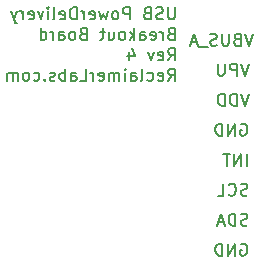
<source format=gbo>
G04 #@! TF.GenerationSoftware,KiCad,Pcbnew,(5.1.2)-1*
G04 #@! TF.CreationDate,2019-06-03T23:01:36-07:00*
G04 #@! TF.ProjectId,USB-PD-Breakout,5553422d-5044-42d4-9272-65616b6f7574,rev?*
G04 #@! TF.SameCoordinates,PX60e4b00PY60e4b00*
G04 #@! TF.FileFunction,Legend,Bot*
G04 #@! TF.FilePolarity,Positive*
%FSLAX46Y46*%
G04 Gerber Fmt 4.6, Leading zero omitted, Abs format (unit mm)*
G04 Created by KiCad (PCBNEW (5.1.2)-1) date 2019-06-03 23:01:36*
%MOMM*%
%LPD*%
G04 APERTURE LIST*
%ADD10C,0.203200*%
%ADD11O,3.000000X1.500000*%
%ADD12O,2.500000X1.500000*%
%ADD13R,2.127200X2.127200*%
%ADD14O,2.127200X2.127200*%
%ADD15C,7.400000*%
%ADD16C,1.000000*%
%ADD17O,2.100000X2.100000*%
%ADD18R,2.100000X2.100000*%
G04 APERTURE END LIST*
D10*
X30886158Y18336381D02*
X30547491Y17320381D01*
X30208824Y18336381D01*
X29870158Y17320381D02*
X29870158Y18336381D01*
X29628253Y18336381D01*
X29483110Y18288000D01*
X29386348Y18191239D01*
X29337967Y18094477D01*
X29289586Y17900953D01*
X29289586Y17755810D01*
X29337967Y17562286D01*
X29386348Y17465524D01*
X29483110Y17368762D01*
X29628253Y17320381D01*
X29870158Y17320381D01*
X28854158Y17320381D02*
X28854158Y18336381D01*
X28612253Y18336381D01*
X28467110Y18288000D01*
X28370348Y18191239D01*
X28321967Y18094477D01*
X28273586Y17900953D01*
X28273586Y17755810D01*
X28321967Y17562286D01*
X28370348Y17465524D01*
X28467110Y17368762D01*
X28612253Y17320381D01*
X28854158Y17320381D01*
X30208824Y15748000D02*
X30305586Y15796381D01*
X30450729Y15796381D01*
X30595872Y15748000D01*
X30692634Y15651239D01*
X30741015Y15554477D01*
X30789396Y15360953D01*
X30789396Y15215810D01*
X30741015Y15022286D01*
X30692634Y14925524D01*
X30595872Y14828762D01*
X30450729Y14780381D01*
X30353967Y14780381D01*
X30208824Y14828762D01*
X30160443Y14877143D01*
X30160443Y15215810D01*
X30353967Y15215810D01*
X29725015Y14780381D02*
X29725015Y15796381D01*
X29144443Y14780381D01*
X29144443Y15796381D01*
X28660634Y14780381D02*
X28660634Y15796381D01*
X28418729Y15796381D01*
X28273586Y15748000D01*
X28176824Y15651239D01*
X28128443Y15554477D01*
X28080062Y15360953D01*
X28080062Y15215810D01*
X28128443Y15022286D01*
X28176824Y14925524D01*
X28273586Y14828762D01*
X28418729Y14780381D01*
X28660634Y14780381D01*
X30789396Y7208762D02*
X30644253Y7160381D01*
X30402348Y7160381D01*
X30305586Y7208762D01*
X30257205Y7257143D01*
X30208824Y7353905D01*
X30208824Y7450667D01*
X30257205Y7547429D01*
X30305586Y7595810D01*
X30402348Y7644191D01*
X30595872Y7692572D01*
X30692634Y7740953D01*
X30741015Y7789334D01*
X30789396Y7886096D01*
X30789396Y7982858D01*
X30741015Y8079620D01*
X30692634Y8128000D01*
X30595872Y8176381D01*
X30353967Y8176381D01*
X30208824Y8128000D01*
X29773396Y7160381D02*
X29773396Y8176381D01*
X29531491Y8176381D01*
X29386348Y8128000D01*
X29289586Y8031239D01*
X29241205Y7934477D01*
X29192824Y7740953D01*
X29192824Y7595810D01*
X29241205Y7402286D01*
X29289586Y7305524D01*
X29386348Y7208762D01*
X29531491Y7160381D01*
X29773396Y7160381D01*
X28805777Y7450667D02*
X28321967Y7450667D01*
X28902539Y7160381D02*
X28563872Y8176381D01*
X28225205Y7160381D01*
X30741015Y12240381D02*
X30741015Y13256381D01*
X30257205Y12240381D02*
X30257205Y13256381D01*
X29676634Y12240381D01*
X29676634Y13256381D01*
X29337967Y13256381D02*
X28757396Y13256381D01*
X29047681Y12240381D02*
X29047681Y13256381D01*
X30886158Y20876381D02*
X30547491Y19860381D01*
X30208824Y20876381D01*
X29870158Y19860381D02*
X29870158Y20876381D01*
X29483110Y20876381D01*
X29386348Y20828000D01*
X29337967Y20779620D01*
X29289586Y20682858D01*
X29289586Y20537715D01*
X29337967Y20440953D01*
X29386348Y20392572D01*
X29483110Y20344191D01*
X29870158Y20344191D01*
X28854158Y20876381D02*
X28854158Y20053905D01*
X28805777Y19957143D01*
X28757396Y19908762D01*
X28660634Y19860381D01*
X28467110Y19860381D01*
X28370348Y19908762D01*
X28321967Y19957143D01*
X28273586Y20053905D01*
X28273586Y20876381D01*
X31267158Y23416381D02*
X30928491Y22400381D01*
X30589824Y23416381D01*
X29912491Y22932572D02*
X29767348Y22884191D01*
X29718967Y22835810D01*
X29670586Y22739048D01*
X29670586Y22593905D01*
X29718967Y22497143D01*
X29767348Y22448762D01*
X29864110Y22400381D01*
X30251158Y22400381D01*
X30251158Y23416381D01*
X29912491Y23416381D01*
X29815729Y23368000D01*
X29767348Y23319620D01*
X29718967Y23222858D01*
X29718967Y23126096D01*
X29767348Y23029334D01*
X29815729Y22980953D01*
X29912491Y22932572D01*
X30251158Y22932572D01*
X29235158Y23416381D02*
X29235158Y22593905D01*
X29186777Y22497143D01*
X29138396Y22448762D01*
X29041634Y22400381D01*
X28848110Y22400381D01*
X28751348Y22448762D01*
X28702967Y22497143D01*
X28654586Y22593905D01*
X28654586Y23416381D01*
X28219158Y22448762D02*
X28074015Y22400381D01*
X27832110Y22400381D01*
X27735348Y22448762D01*
X27686967Y22497143D01*
X27638586Y22593905D01*
X27638586Y22690667D01*
X27686967Y22787429D01*
X27735348Y22835810D01*
X27832110Y22884191D01*
X28025634Y22932572D01*
X28122396Y22980953D01*
X28170777Y23029334D01*
X28219158Y23126096D01*
X28219158Y23222858D01*
X28170777Y23319620D01*
X28122396Y23368000D01*
X28025634Y23416381D01*
X27783729Y23416381D01*
X27638586Y23368000D01*
X27445062Y22303620D02*
X26670967Y22303620D01*
X26477443Y22690667D02*
X25993634Y22690667D01*
X26574205Y22400381D02*
X26235539Y23416381D01*
X25896872Y22400381D01*
X30789396Y9748762D02*
X30644253Y9700381D01*
X30402348Y9700381D01*
X30305586Y9748762D01*
X30257205Y9797143D01*
X30208824Y9893905D01*
X30208824Y9990667D01*
X30257205Y10087429D01*
X30305586Y10135810D01*
X30402348Y10184191D01*
X30595872Y10232572D01*
X30692634Y10280953D01*
X30741015Y10329334D01*
X30789396Y10426096D01*
X30789396Y10522858D01*
X30741015Y10619620D01*
X30692634Y10668000D01*
X30595872Y10716381D01*
X30353967Y10716381D01*
X30208824Y10668000D01*
X29192824Y9797143D02*
X29241205Y9748762D01*
X29386348Y9700381D01*
X29483110Y9700381D01*
X29628253Y9748762D01*
X29725015Y9845524D01*
X29773396Y9942286D01*
X29821777Y10135810D01*
X29821777Y10280953D01*
X29773396Y10474477D01*
X29725015Y10571239D01*
X29628253Y10668000D01*
X29483110Y10716381D01*
X29386348Y10716381D01*
X29241205Y10668000D01*
X29192824Y10619620D01*
X28273586Y9700381D02*
X28757396Y9700381D01*
X28757396Y10716381D01*
X30208824Y5588000D02*
X30305586Y5636381D01*
X30450729Y5636381D01*
X30595872Y5588000D01*
X30692634Y5491239D01*
X30741015Y5394477D01*
X30789396Y5200953D01*
X30789396Y5055810D01*
X30741015Y4862286D01*
X30692634Y4765524D01*
X30595872Y4668762D01*
X30450729Y4620381D01*
X30353967Y4620381D01*
X30208824Y4668762D01*
X30160443Y4717143D01*
X30160443Y5055810D01*
X30353967Y5055810D01*
X29725015Y4620381D02*
X29725015Y5636381D01*
X29144443Y4620381D01*
X29144443Y5636381D01*
X28660634Y4620381D02*
X28660634Y5636381D01*
X28418729Y5636381D01*
X28273586Y5588000D01*
X28176824Y5491239D01*
X28128443Y5394477D01*
X28080062Y5200953D01*
X28080062Y5055810D01*
X28128443Y4862286D01*
X28176824Y4765524D01*
X28273586Y4668762D01*
X28418729Y4620381D01*
X28660634Y4620381D01*
X24645015Y25626181D02*
X24645015Y24803705D01*
X24596634Y24706943D01*
X24548253Y24658562D01*
X24451491Y24610181D01*
X24257967Y24610181D01*
X24161205Y24658562D01*
X24112824Y24706943D01*
X24064443Y24803705D01*
X24064443Y25626181D01*
X23629015Y24658562D02*
X23483872Y24610181D01*
X23241967Y24610181D01*
X23145205Y24658562D01*
X23096824Y24706943D01*
X23048443Y24803705D01*
X23048443Y24900467D01*
X23096824Y24997229D01*
X23145205Y25045610D01*
X23241967Y25093991D01*
X23435491Y25142372D01*
X23532253Y25190753D01*
X23580634Y25239134D01*
X23629015Y25335896D01*
X23629015Y25432658D01*
X23580634Y25529420D01*
X23532253Y25577800D01*
X23435491Y25626181D01*
X23193586Y25626181D01*
X23048443Y25577800D01*
X22274348Y25142372D02*
X22129205Y25093991D01*
X22080824Y25045610D01*
X22032443Y24948848D01*
X22032443Y24803705D01*
X22080824Y24706943D01*
X22129205Y24658562D01*
X22225967Y24610181D01*
X22613015Y24610181D01*
X22613015Y25626181D01*
X22274348Y25626181D01*
X22177586Y25577800D01*
X22129205Y25529420D01*
X22080824Y25432658D01*
X22080824Y25335896D01*
X22129205Y25239134D01*
X22177586Y25190753D01*
X22274348Y25142372D01*
X22613015Y25142372D01*
X20822920Y24610181D02*
X20822920Y25626181D01*
X20435872Y25626181D01*
X20339110Y25577800D01*
X20290729Y25529420D01*
X20242348Y25432658D01*
X20242348Y25287515D01*
X20290729Y25190753D01*
X20339110Y25142372D01*
X20435872Y25093991D01*
X20822920Y25093991D01*
X19661777Y24610181D02*
X19758539Y24658562D01*
X19806920Y24706943D01*
X19855300Y24803705D01*
X19855300Y25093991D01*
X19806920Y25190753D01*
X19758539Y25239134D01*
X19661777Y25287515D01*
X19516634Y25287515D01*
X19419872Y25239134D01*
X19371491Y25190753D01*
X19323110Y25093991D01*
X19323110Y24803705D01*
X19371491Y24706943D01*
X19419872Y24658562D01*
X19516634Y24610181D01*
X19661777Y24610181D01*
X18984443Y25287515D02*
X18790920Y24610181D01*
X18597396Y25093991D01*
X18403872Y24610181D01*
X18210348Y25287515D01*
X17436253Y24658562D02*
X17533015Y24610181D01*
X17726539Y24610181D01*
X17823300Y24658562D01*
X17871681Y24755324D01*
X17871681Y25142372D01*
X17823300Y25239134D01*
X17726539Y25287515D01*
X17533015Y25287515D01*
X17436253Y25239134D01*
X17387872Y25142372D01*
X17387872Y25045610D01*
X17871681Y24948848D01*
X16952443Y24610181D02*
X16952443Y25287515D01*
X16952443Y25093991D02*
X16904062Y25190753D01*
X16855681Y25239134D01*
X16758920Y25287515D01*
X16662158Y25287515D01*
X16323491Y24610181D02*
X16323491Y25626181D01*
X16081586Y25626181D01*
X15936443Y25577800D01*
X15839681Y25481039D01*
X15791300Y25384277D01*
X15742920Y25190753D01*
X15742920Y25045610D01*
X15791300Y24852086D01*
X15839681Y24755324D01*
X15936443Y24658562D01*
X16081586Y24610181D01*
X16323491Y24610181D01*
X14920443Y24658562D02*
X15017205Y24610181D01*
X15210729Y24610181D01*
X15307491Y24658562D01*
X15355872Y24755324D01*
X15355872Y25142372D01*
X15307491Y25239134D01*
X15210729Y25287515D01*
X15017205Y25287515D01*
X14920443Y25239134D01*
X14872062Y25142372D01*
X14872062Y25045610D01*
X15355872Y24948848D01*
X14291491Y24610181D02*
X14388253Y24658562D01*
X14436634Y24755324D01*
X14436634Y25626181D01*
X13904443Y24610181D02*
X13904443Y25287515D01*
X13904443Y25626181D02*
X13952824Y25577800D01*
X13904443Y25529420D01*
X13856062Y25577800D01*
X13904443Y25626181D01*
X13904443Y25529420D01*
X13517396Y25287515D02*
X13275491Y24610181D01*
X13033586Y25287515D01*
X12259491Y24658562D02*
X12356253Y24610181D01*
X12549777Y24610181D01*
X12646539Y24658562D01*
X12694920Y24755324D01*
X12694920Y25142372D01*
X12646539Y25239134D01*
X12549777Y25287515D01*
X12356253Y25287515D01*
X12259491Y25239134D01*
X12211110Y25142372D01*
X12211110Y25045610D01*
X12694920Y24948848D01*
X11775681Y24610181D02*
X11775681Y25287515D01*
X11775681Y25093991D02*
X11727300Y25190753D01*
X11678920Y25239134D01*
X11582158Y25287515D01*
X11485396Y25287515D01*
X11243491Y25287515D02*
X11001586Y24610181D01*
X10759681Y25287515D02*
X11001586Y24610181D01*
X11098348Y24368277D01*
X11146729Y24319896D01*
X11243491Y24271515D01*
X24306348Y23415172D02*
X24161205Y23366791D01*
X24112824Y23318410D01*
X24064443Y23221648D01*
X24064443Y23076505D01*
X24112824Y22979743D01*
X24161205Y22931362D01*
X24257967Y22882981D01*
X24645015Y22882981D01*
X24645015Y23898981D01*
X24306348Y23898981D01*
X24209586Y23850600D01*
X24161205Y23802220D01*
X24112824Y23705458D01*
X24112824Y23608696D01*
X24161205Y23511934D01*
X24209586Y23463553D01*
X24306348Y23415172D01*
X24645015Y23415172D01*
X23629015Y22882981D02*
X23629015Y23560315D01*
X23629015Y23366791D02*
X23580634Y23463553D01*
X23532253Y23511934D01*
X23435491Y23560315D01*
X23338729Y23560315D01*
X22613015Y22931362D02*
X22709777Y22882981D01*
X22903300Y22882981D01*
X23000062Y22931362D01*
X23048443Y23028124D01*
X23048443Y23415172D01*
X23000062Y23511934D01*
X22903300Y23560315D01*
X22709777Y23560315D01*
X22613015Y23511934D01*
X22564634Y23415172D01*
X22564634Y23318410D01*
X23048443Y23221648D01*
X21693777Y22882981D02*
X21693777Y23415172D01*
X21742158Y23511934D01*
X21838920Y23560315D01*
X22032443Y23560315D01*
X22129205Y23511934D01*
X21693777Y22931362D02*
X21790539Y22882981D01*
X22032443Y22882981D01*
X22129205Y22931362D01*
X22177586Y23028124D01*
X22177586Y23124886D01*
X22129205Y23221648D01*
X22032443Y23270029D01*
X21790539Y23270029D01*
X21693777Y23318410D01*
X21209967Y22882981D02*
X21209967Y23898981D01*
X21113205Y23270029D02*
X20822920Y22882981D01*
X20822920Y23560315D02*
X21209967Y23173267D01*
X20242348Y22882981D02*
X20339110Y22931362D01*
X20387491Y22979743D01*
X20435872Y23076505D01*
X20435872Y23366791D01*
X20387491Y23463553D01*
X20339110Y23511934D01*
X20242348Y23560315D01*
X20097205Y23560315D01*
X20000443Y23511934D01*
X19952062Y23463553D01*
X19903681Y23366791D01*
X19903681Y23076505D01*
X19952062Y22979743D01*
X20000443Y22931362D01*
X20097205Y22882981D01*
X20242348Y22882981D01*
X19032824Y23560315D02*
X19032824Y22882981D01*
X19468253Y23560315D02*
X19468253Y23028124D01*
X19419872Y22931362D01*
X19323110Y22882981D01*
X19177967Y22882981D01*
X19081205Y22931362D01*
X19032824Y22979743D01*
X18694158Y23560315D02*
X18307110Y23560315D01*
X18549015Y23898981D02*
X18549015Y23028124D01*
X18500634Y22931362D01*
X18403872Y22882981D01*
X18307110Y22882981D01*
X16855681Y23415172D02*
X16710539Y23366791D01*
X16662158Y23318410D01*
X16613777Y23221648D01*
X16613777Y23076505D01*
X16662158Y22979743D01*
X16710539Y22931362D01*
X16807300Y22882981D01*
X17194348Y22882981D01*
X17194348Y23898981D01*
X16855681Y23898981D01*
X16758920Y23850600D01*
X16710539Y23802220D01*
X16662158Y23705458D01*
X16662158Y23608696D01*
X16710539Y23511934D01*
X16758920Y23463553D01*
X16855681Y23415172D01*
X17194348Y23415172D01*
X16033205Y22882981D02*
X16129967Y22931362D01*
X16178348Y22979743D01*
X16226729Y23076505D01*
X16226729Y23366791D01*
X16178348Y23463553D01*
X16129967Y23511934D01*
X16033205Y23560315D01*
X15888062Y23560315D01*
X15791300Y23511934D01*
X15742920Y23463553D01*
X15694539Y23366791D01*
X15694539Y23076505D01*
X15742920Y22979743D01*
X15791300Y22931362D01*
X15888062Y22882981D01*
X16033205Y22882981D01*
X14823681Y22882981D02*
X14823681Y23415172D01*
X14872062Y23511934D01*
X14968824Y23560315D01*
X15162348Y23560315D01*
X15259110Y23511934D01*
X14823681Y22931362D02*
X14920443Y22882981D01*
X15162348Y22882981D01*
X15259110Y22931362D01*
X15307491Y23028124D01*
X15307491Y23124886D01*
X15259110Y23221648D01*
X15162348Y23270029D01*
X14920443Y23270029D01*
X14823681Y23318410D01*
X14339872Y22882981D02*
X14339872Y23560315D01*
X14339872Y23366791D02*
X14291491Y23463553D01*
X14243110Y23511934D01*
X14146348Y23560315D01*
X14049586Y23560315D01*
X13275491Y22882981D02*
X13275491Y23898981D01*
X13275491Y22931362D02*
X13372253Y22882981D01*
X13565777Y22882981D01*
X13662539Y22931362D01*
X13710920Y22979743D01*
X13759300Y23076505D01*
X13759300Y23366791D01*
X13710920Y23463553D01*
X13662539Y23511934D01*
X13565777Y23560315D01*
X13372253Y23560315D01*
X13275491Y23511934D01*
X24064443Y21155781D02*
X24403110Y21639591D01*
X24645015Y21155781D02*
X24645015Y22171781D01*
X24257967Y22171781D01*
X24161205Y22123400D01*
X24112824Y22075020D01*
X24064443Y21978258D01*
X24064443Y21833115D01*
X24112824Y21736353D01*
X24161205Y21687972D01*
X24257967Y21639591D01*
X24645015Y21639591D01*
X23241967Y21204162D02*
X23338729Y21155781D01*
X23532253Y21155781D01*
X23629015Y21204162D01*
X23677396Y21300924D01*
X23677396Y21687972D01*
X23629015Y21784734D01*
X23532253Y21833115D01*
X23338729Y21833115D01*
X23241967Y21784734D01*
X23193586Y21687972D01*
X23193586Y21591210D01*
X23677396Y21494448D01*
X22854920Y21833115D02*
X22613015Y21155781D01*
X22371110Y21833115D01*
X20774539Y21833115D02*
X20774539Y21155781D01*
X21016443Y22220162D02*
X21258348Y21494448D01*
X20629396Y21494448D01*
X24064443Y19428581D02*
X24403110Y19912391D01*
X24645015Y19428581D02*
X24645015Y20444581D01*
X24257967Y20444581D01*
X24161205Y20396200D01*
X24112824Y20347820D01*
X24064443Y20251058D01*
X24064443Y20105915D01*
X24112824Y20009153D01*
X24161205Y19960772D01*
X24257967Y19912391D01*
X24645015Y19912391D01*
X23241967Y19476962D02*
X23338729Y19428581D01*
X23532253Y19428581D01*
X23629015Y19476962D01*
X23677396Y19573724D01*
X23677396Y19960772D01*
X23629015Y20057534D01*
X23532253Y20105915D01*
X23338729Y20105915D01*
X23241967Y20057534D01*
X23193586Y19960772D01*
X23193586Y19864010D01*
X23677396Y19767248D01*
X22322729Y19476962D02*
X22419491Y19428581D01*
X22613015Y19428581D01*
X22709777Y19476962D01*
X22758158Y19525343D01*
X22806539Y19622105D01*
X22806539Y19912391D01*
X22758158Y20009153D01*
X22709777Y20057534D01*
X22613015Y20105915D01*
X22419491Y20105915D01*
X22322729Y20057534D01*
X21742158Y19428581D02*
X21838920Y19476962D01*
X21887300Y19573724D01*
X21887300Y20444581D01*
X20919681Y19428581D02*
X20919681Y19960772D01*
X20968062Y20057534D01*
X21064824Y20105915D01*
X21258348Y20105915D01*
X21355110Y20057534D01*
X20919681Y19476962D02*
X21016443Y19428581D01*
X21258348Y19428581D01*
X21355110Y19476962D01*
X21403491Y19573724D01*
X21403491Y19670486D01*
X21355110Y19767248D01*
X21258348Y19815629D01*
X21016443Y19815629D01*
X20919681Y19864010D01*
X20435872Y19428581D02*
X20435872Y20105915D01*
X20435872Y20444581D02*
X20484253Y20396200D01*
X20435872Y20347820D01*
X20387491Y20396200D01*
X20435872Y20444581D01*
X20435872Y20347820D01*
X19952062Y19428581D02*
X19952062Y20105915D01*
X19952062Y20009153D02*
X19903681Y20057534D01*
X19806920Y20105915D01*
X19661777Y20105915D01*
X19565015Y20057534D01*
X19516634Y19960772D01*
X19516634Y19428581D01*
X19516634Y19960772D02*
X19468253Y20057534D01*
X19371491Y20105915D01*
X19226348Y20105915D01*
X19129586Y20057534D01*
X19081205Y19960772D01*
X19081205Y19428581D01*
X18210348Y19476962D02*
X18307110Y19428581D01*
X18500634Y19428581D01*
X18597396Y19476962D01*
X18645777Y19573724D01*
X18645777Y19960772D01*
X18597396Y20057534D01*
X18500634Y20105915D01*
X18307110Y20105915D01*
X18210348Y20057534D01*
X18161967Y19960772D01*
X18161967Y19864010D01*
X18645777Y19767248D01*
X17726539Y19428581D02*
X17726539Y20105915D01*
X17726539Y19912391D02*
X17678158Y20009153D01*
X17629777Y20057534D01*
X17533015Y20105915D01*
X17436253Y20105915D01*
X16613777Y19428581D02*
X17097586Y19428581D01*
X17097586Y20444581D01*
X15839681Y19428581D02*
X15839681Y19960772D01*
X15888062Y20057534D01*
X15984824Y20105915D01*
X16178348Y20105915D01*
X16275110Y20057534D01*
X15839681Y19476962D02*
X15936443Y19428581D01*
X16178348Y19428581D01*
X16275110Y19476962D01*
X16323491Y19573724D01*
X16323491Y19670486D01*
X16275110Y19767248D01*
X16178348Y19815629D01*
X15936443Y19815629D01*
X15839681Y19864010D01*
X15355872Y19428581D02*
X15355872Y20444581D01*
X15355872Y20057534D02*
X15259110Y20105915D01*
X15065586Y20105915D01*
X14968824Y20057534D01*
X14920443Y20009153D01*
X14872062Y19912391D01*
X14872062Y19622105D01*
X14920443Y19525343D01*
X14968824Y19476962D01*
X15065586Y19428581D01*
X15259110Y19428581D01*
X15355872Y19476962D01*
X14485015Y19476962D02*
X14388253Y19428581D01*
X14194729Y19428581D01*
X14097967Y19476962D01*
X14049586Y19573724D01*
X14049586Y19622105D01*
X14097967Y19718867D01*
X14194729Y19767248D01*
X14339872Y19767248D01*
X14436634Y19815629D01*
X14485015Y19912391D01*
X14485015Y19960772D01*
X14436634Y20057534D01*
X14339872Y20105915D01*
X14194729Y20105915D01*
X14097967Y20057534D01*
X13614158Y19525343D02*
X13565777Y19476962D01*
X13614158Y19428581D01*
X13662539Y19476962D01*
X13614158Y19525343D01*
X13614158Y19428581D01*
X12694920Y19476962D02*
X12791681Y19428581D01*
X12985205Y19428581D01*
X13081967Y19476962D01*
X13130348Y19525343D01*
X13178729Y19622105D01*
X13178729Y19912391D01*
X13130348Y20009153D01*
X13081967Y20057534D01*
X12985205Y20105915D01*
X12791681Y20105915D01*
X12694920Y20057534D01*
X12114348Y19428581D02*
X12211110Y19476962D01*
X12259491Y19525343D01*
X12307872Y19622105D01*
X12307872Y19912391D01*
X12259491Y20009153D01*
X12211110Y20057534D01*
X12114348Y20105915D01*
X11969205Y20105915D01*
X11872443Y20057534D01*
X11824062Y20009153D01*
X11775681Y19912391D01*
X11775681Y19622105D01*
X11824062Y19525343D01*
X11872443Y19476962D01*
X11969205Y19428581D01*
X12114348Y19428581D01*
X11340253Y19428581D02*
X11340253Y20105915D01*
X11340253Y20009153D02*
X11291872Y20057534D01*
X11195110Y20105915D01*
X11049967Y20105915D01*
X10953205Y20057534D01*
X10904824Y19960772D01*
X10904824Y19428581D01*
X10904824Y19960772D02*
X10856443Y20057534D01*
X10759681Y20105915D01*
X10614539Y20105915D01*
X10517777Y20057534D01*
X10469396Y19960772D01*
X10469396Y19428581D01*
%LPC*%
D11*
X1770000Y9680000D03*
X1770000Y18320000D03*
D12*
X7130000Y9680000D03*
X7130000Y18320000D03*
D13*
X11430000Y5795000D03*
D14*
X11430000Y3255000D03*
X13970000Y5795000D03*
X13970000Y3255000D03*
X16510000Y5795000D03*
X16510000Y3255000D03*
D15*
X4000000Y3890000D03*
D16*
X6625000Y3890000D03*
X5856155Y2033845D03*
X4000000Y1265000D03*
X2143845Y2033845D03*
X1375000Y3890000D03*
X2143845Y5746155D03*
X4000000Y6515000D03*
X5856155Y5746155D03*
D15*
X4000000Y24000000D03*
D16*
X6625000Y24000000D03*
X5856155Y22143845D03*
X4000000Y21375000D03*
X2143845Y22143845D03*
X1375000Y24000000D03*
X2143845Y25856155D03*
X4000000Y26625000D03*
X5856155Y25856155D03*
D17*
X33020000Y5160000D03*
X33020000Y7700000D03*
X33020000Y10240000D03*
X33020000Y12780000D03*
X33020000Y15320000D03*
X33020000Y17860000D03*
X33020000Y20400000D03*
D18*
X33020000Y22940000D03*
M02*

</source>
